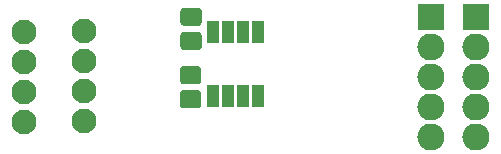
<source format=gbr>
G04 #@! TF.GenerationSoftware,KiCad,Pcbnew,5.0.0-fee4fd1~66~ubuntu18.04.1*
G04 #@! TF.CreationDate,2018-10-20T19:30:02+02:00*
G04 #@! TF.ProjectId,bmp280-sensor-board,626D703238302D73656E736F722D626F,rev?*
G04 #@! TF.SameCoordinates,Original*
G04 #@! TF.FileFunction,Soldermask,Top*
G04 #@! TF.FilePolarity,Negative*
%FSLAX46Y46*%
G04 Gerber Fmt 4.6, Leading zero omitted, Abs format (unit mm)*
G04 Created by KiCad (PCBNEW 5.0.0-fee4fd1~66~ubuntu18.04.1) date Sat Oct 20 19:30:02 2018*
%MOMM*%
%LPD*%
G01*
G04 APERTURE LIST*
%ADD10C,0.100000*%
%ADD11C,1.550000*%
%ADD12R,1.000000X1.950000*%
%ADD13C,2.100000*%
%ADD14R,2.200000X2.200000*%
%ADD15O,2.300000X2.300000*%
G04 APERTURE END LIST*
D10*
G04 #@! TO.C,R1*
G36*
X110451071Y-43266623D02*
X110483781Y-43271475D01*
X110515857Y-43279509D01*
X110546991Y-43290649D01*
X110576884Y-43304787D01*
X110605247Y-43321787D01*
X110631807Y-43341485D01*
X110656308Y-43363692D01*
X110678515Y-43388193D01*
X110698213Y-43414753D01*
X110715213Y-43443116D01*
X110729351Y-43473009D01*
X110740491Y-43504143D01*
X110748525Y-43536219D01*
X110753377Y-43568929D01*
X110755000Y-43601956D01*
X110755000Y-44478044D01*
X110753377Y-44511071D01*
X110748525Y-44543781D01*
X110740491Y-44575857D01*
X110729351Y-44606991D01*
X110715213Y-44636884D01*
X110698213Y-44665247D01*
X110678515Y-44691807D01*
X110656308Y-44716308D01*
X110631807Y-44738515D01*
X110605247Y-44758213D01*
X110576884Y-44775213D01*
X110546991Y-44789351D01*
X110515857Y-44800491D01*
X110483781Y-44808525D01*
X110451071Y-44813377D01*
X110418044Y-44815000D01*
X109291956Y-44815000D01*
X109258929Y-44813377D01*
X109226219Y-44808525D01*
X109194143Y-44800491D01*
X109163009Y-44789351D01*
X109133116Y-44775213D01*
X109104753Y-44758213D01*
X109078193Y-44738515D01*
X109053692Y-44716308D01*
X109031485Y-44691807D01*
X109011787Y-44665247D01*
X108994787Y-44636884D01*
X108980649Y-44606991D01*
X108969509Y-44575857D01*
X108961475Y-44543781D01*
X108956623Y-44511071D01*
X108955000Y-44478044D01*
X108955000Y-43601956D01*
X108956623Y-43568929D01*
X108961475Y-43536219D01*
X108969509Y-43504143D01*
X108980649Y-43473009D01*
X108994787Y-43443116D01*
X109011787Y-43414753D01*
X109031485Y-43388193D01*
X109053692Y-43363692D01*
X109078193Y-43341485D01*
X109104753Y-43321787D01*
X109133116Y-43304787D01*
X109163009Y-43290649D01*
X109194143Y-43279509D01*
X109226219Y-43271475D01*
X109258929Y-43266623D01*
X109291956Y-43265000D01*
X110418044Y-43265000D01*
X110451071Y-43266623D01*
X110451071Y-43266623D01*
G37*
D11*
X109855000Y-44040000D03*
D10*
G36*
X110451071Y-45316623D02*
X110483781Y-45321475D01*
X110515857Y-45329509D01*
X110546991Y-45340649D01*
X110576884Y-45354787D01*
X110605247Y-45371787D01*
X110631807Y-45391485D01*
X110656308Y-45413692D01*
X110678515Y-45438193D01*
X110698213Y-45464753D01*
X110715213Y-45493116D01*
X110729351Y-45523009D01*
X110740491Y-45554143D01*
X110748525Y-45586219D01*
X110753377Y-45618929D01*
X110755000Y-45651956D01*
X110755000Y-46528044D01*
X110753377Y-46561071D01*
X110748525Y-46593781D01*
X110740491Y-46625857D01*
X110729351Y-46656991D01*
X110715213Y-46686884D01*
X110698213Y-46715247D01*
X110678515Y-46741807D01*
X110656308Y-46766308D01*
X110631807Y-46788515D01*
X110605247Y-46808213D01*
X110576884Y-46825213D01*
X110546991Y-46839351D01*
X110515857Y-46850491D01*
X110483781Y-46858525D01*
X110451071Y-46863377D01*
X110418044Y-46865000D01*
X109291956Y-46865000D01*
X109258929Y-46863377D01*
X109226219Y-46858525D01*
X109194143Y-46850491D01*
X109163009Y-46839351D01*
X109133116Y-46825213D01*
X109104753Y-46808213D01*
X109078193Y-46788515D01*
X109053692Y-46766308D01*
X109031485Y-46741807D01*
X109011787Y-46715247D01*
X108994787Y-46686884D01*
X108980649Y-46656991D01*
X108969509Y-46625857D01*
X108961475Y-46593781D01*
X108956623Y-46561071D01*
X108955000Y-46528044D01*
X108955000Y-45651956D01*
X108956623Y-45618929D01*
X108961475Y-45586219D01*
X108969509Y-45554143D01*
X108980649Y-45523009D01*
X108994787Y-45493116D01*
X109011787Y-45464753D01*
X109031485Y-45438193D01*
X109053692Y-45413692D01*
X109078193Y-45391485D01*
X109104753Y-45371787D01*
X109133116Y-45354787D01*
X109163009Y-45340649D01*
X109194143Y-45329509D01*
X109226219Y-45321475D01*
X109258929Y-45316623D01*
X109291956Y-45315000D01*
X110418044Y-45315000D01*
X110451071Y-45316623D01*
X110451071Y-45316623D01*
G37*
D11*
X109855000Y-46090000D03*
G04 #@! TD*
D10*
G04 #@! TO.C,R2*
G36*
X110406071Y-50251623D02*
X110438781Y-50256475D01*
X110470857Y-50264509D01*
X110501991Y-50275649D01*
X110531884Y-50289787D01*
X110560247Y-50306787D01*
X110586807Y-50326485D01*
X110611308Y-50348692D01*
X110633515Y-50373193D01*
X110653213Y-50399753D01*
X110670213Y-50428116D01*
X110684351Y-50458009D01*
X110695491Y-50489143D01*
X110703525Y-50521219D01*
X110708377Y-50553929D01*
X110710000Y-50586956D01*
X110710000Y-51463044D01*
X110708377Y-51496071D01*
X110703525Y-51528781D01*
X110695491Y-51560857D01*
X110684351Y-51591991D01*
X110670213Y-51621884D01*
X110653213Y-51650247D01*
X110633515Y-51676807D01*
X110611308Y-51701308D01*
X110586807Y-51723515D01*
X110560247Y-51743213D01*
X110531884Y-51760213D01*
X110501991Y-51774351D01*
X110470857Y-51785491D01*
X110438781Y-51793525D01*
X110406071Y-51798377D01*
X110373044Y-51800000D01*
X109246956Y-51800000D01*
X109213929Y-51798377D01*
X109181219Y-51793525D01*
X109149143Y-51785491D01*
X109118009Y-51774351D01*
X109088116Y-51760213D01*
X109059753Y-51743213D01*
X109033193Y-51723515D01*
X109008692Y-51701308D01*
X108986485Y-51676807D01*
X108966787Y-51650247D01*
X108949787Y-51621884D01*
X108935649Y-51591991D01*
X108924509Y-51560857D01*
X108916475Y-51528781D01*
X108911623Y-51496071D01*
X108910000Y-51463044D01*
X108910000Y-50586956D01*
X108911623Y-50553929D01*
X108916475Y-50521219D01*
X108924509Y-50489143D01*
X108935649Y-50458009D01*
X108949787Y-50428116D01*
X108966787Y-50399753D01*
X108986485Y-50373193D01*
X109008692Y-50348692D01*
X109033193Y-50326485D01*
X109059753Y-50306787D01*
X109088116Y-50289787D01*
X109118009Y-50275649D01*
X109149143Y-50264509D01*
X109181219Y-50256475D01*
X109213929Y-50251623D01*
X109246956Y-50250000D01*
X110373044Y-50250000D01*
X110406071Y-50251623D01*
X110406071Y-50251623D01*
G37*
D11*
X109810000Y-51025000D03*
D10*
G36*
X110406071Y-48201623D02*
X110438781Y-48206475D01*
X110470857Y-48214509D01*
X110501991Y-48225649D01*
X110531884Y-48239787D01*
X110560247Y-48256787D01*
X110586807Y-48276485D01*
X110611308Y-48298692D01*
X110633515Y-48323193D01*
X110653213Y-48349753D01*
X110670213Y-48378116D01*
X110684351Y-48408009D01*
X110695491Y-48439143D01*
X110703525Y-48471219D01*
X110708377Y-48503929D01*
X110710000Y-48536956D01*
X110710000Y-49413044D01*
X110708377Y-49446071D01*
X110703525Y-49478781D01*
X110695491Y-49510857D01*
X110684351Y-49541991D01*
X110670213Y-49571884D01*
X110653213Y-49600247D01*
X110633515Y-49626807D01*
X110611308Y-49651308D01*
X110586807Y-49673515D01*
X110560247Y-49693213D01*
X110531884Y-49710213D01*
X110501991Y-49724351D01*
X110470857Y-49735491D01*
X110438781Y-49743525D01*
X110406071Y-49748377D01*
X110373044Y-49750000D01*
X109246956Y-49750000D01*
X109213929Y-49748377D01*
X109181219Y-49743525D01*
X109149143Y-49735491D01*
X109118009Y-49724351D01*
X109088116Y-49710213D01*
X109059753Y-49693213D01*
X109033193Y-49673515D01*
X109008692Y-49651308D01*
X108986485Y-49626807D01*
X108966787Y-49600247D01*
X108949787Y-49571884D01*
X108935649Y-49541991D01*
X108924509Y-49510857D01*
X108916475Y-49478781D01*
X108911623Y-49446071D01*
X108910000Y-49413044D01*
X108910000Y-48536956D01*
X108911623Y-48503929D01*
X108916475Y-48471219D01*
X108924509Y-48439143D01*
X108935649Y-48408009D01*
X108949787Y-48378116D01*
X108966787Y-48349753D01*
X108986485Y-48323193D01*
X109008692Y-48298692D01*
X109033193Y-48276485D01*
X109059753Y-48256787D01*
X109088116Y-48239787D01*
X109118009Y-48225649D01*
X109149143Y-48214509D01*
X109181219Y-48206475D01*
X109213929Y-48201623D01*
X109246956Y-48200000D01*
X110373044Y-48200000D01*
X110406071Y-48201623D01*
X110406071Y-48201623D01*
G37*
D11*
X109810000Y-48975000D03*
G04 #@! TD*
D12*
G04 #@! TO.C,U3*
X111715000Y-50710000D03*
X112985000Y-50710000D03*
X114255000Y-50710000D03*
X115525000Y-50710000D03*
X115525000Y-45310000D03*
X114255000Y-45310000D03*
X112985000Y-45310000D03*
X111715000Y-45310000D03*
G04 #@! TD*
D13*
G04 #@! TO.C,U2*
X95737000Y-52915500D03*
X95737000Y-50375500D03*
X95737000Y-47835500D03*
X95737000Y-45295500D03*
G04 #@! TD*
G04 #@! TO.C,U4*
X100774500Y-45275500D03*
X100774500Y-47815500D03*
X100774500Y-50355500D03*
X100774500Y-52895500D03*
G04 #@! TD*
D14*
G04 #@! TO.C,J1*
X130130000Y-44040000D03*
D15*
X130130000Y-46580000D03*
X130130000Y-49120000D03*
X130130000Y-51660000D03*
X130130000Y-54200000D03*
G04 #@! TD*
G04 #@! TO.C,J2*
X133940000Y-54200000D03*
X133940000Y-51660000D03*
X133940000Y-49120000D03*
X133940000Y-46580000D03*
D14*
X133940000Y-44040000D03*
G04 #@! TD*
M02*

</source>
